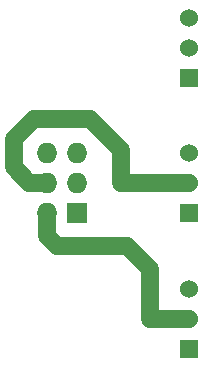
<source format=gbr>
G04 #@! TF.FileFunction,Copper,L2,Bot,Signal*
%FSLAX46Y46*%
G04 Gerber Fmt 4.6, Leading zero omitted, Abs format (unit mm)*
G04 Created by KiCad (PCBNEW 4.0.4-stable) date 12/10/16 19:05:05*
%MOMM*%
%LPD*%
G01*
G04 APERTURE LIST*
%ADD10C,0.100000*%
%ADD11C,1.524000*%
%ADD12R,1.524000X1.524000*%
%ADD13R,1.727200X1.727200*%
%ADD14O,1.727200X1.727200*%
%ADD15C,1.500000*%
G04 APERTURE END LIST*
D10*
D11*
X253250000Y-129000000D03*
X253250000Y-126460000D03*
D12*
X253250000Y-131540000D03*
D13*
X243750000Y-143000000D03*
D14*
X241210000Y-143000000D03*
X243750000Y-140460000D03*
X241210000Y-140460000D03*
X243750000Y-137920000D03*
X241210000Y-137920000D03*
D11*
X253250000Y-140500000D03*
X253250000Y-137960000D03*
D12*
X253250000Y-143040000D03*
D11*
X253250000Y-152000000D03*
X253250000Y-149460000D03*
D12*
X253250000Y-154540000D03*
D15*
X241210000Y-143000000D02*
X241210000Y-144960000D01*
X249950000Y-152000000D02*
X253250000Y-152000000D01*
X249900000Y-151950000D02*
X249950000Y-152000000D01*
X249900000Y-147750000D02*
X249900000Y-151950000D01*
X247975000Y-145825000D02*
X249900000Y-147750000D01*
X242075000Y-145825000D02*
X247975000Y-145825000D01*
X241210000Y-144960000D02*
X242075000Y-145825000D01*
X241210000Y-140460000D02*
X239710000Y-140460000D01*
X239710000Y-140460000D02*
X238400000Y-139150000D01*
X238400000Y-139150000D02*
X238400000Y-136750000D01*
X238400000Y-136750000D02*
X240100000Y-135050000D01*
X240100000Y-135050000D02*
X244875000Y-135050000D01*
X244875000Y-135050000D02*
X247475000Y-137650000D01*
X247475000Y-137650000D02*
X247475000Y-140500000D01*
X247475000Y-140500000D02*
X253250000Y-140500000D01*
M02*

</source>
